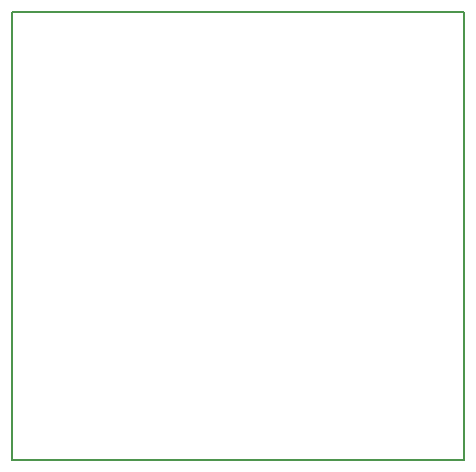
<source format=gm1>
G04 #@! TF.FileFunction,Profile,NP*
%FSLAX46Y46*%
G04 Gerber Fmt 4.6, Leading zero omitted, Abs format (unit mm)*
G04 Created by KiCad (PCBNEW 4.0.7-e2-6376~60~ubuntu17.10.1) date Sun Feb  4 21:07:57 2018*
%MOMM*%
%LPD*%
G01*
G04 APERTURE LIST*
%ADD10C,0.100000*%
%ADD11C,0.150000*%
G04 APERTURE END LIST*
D10*
D11*
X174294800Y-73202800D02*
X174294800Y-111112300D01*
X136067800Y-111112300D02*
X136067800Y-73202800D01*
X136067800Y-73202800D02*
X174294800Y-73202800D01*
X136067800Y-111112300D02*
X174294800Y-111112300D01*
M02*

</source>
